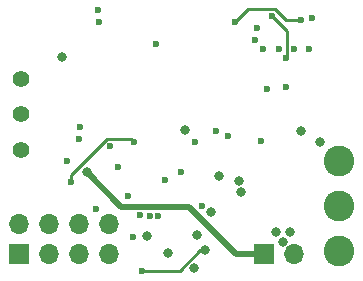
<source format=gbl>
%TF.GenerationSoftware,KiCad,Pcbnew,8.0.0*%
%TF.CreationDate,2024-03-08T16:01:40-06:00*%
%TF.ProjectId,led_dog_collar,6c65645f-646f-4675-9f63-6f6c6c61722e,rev?*%
%TF.SameCoordinates,Original*%
%TF.FileFunction,Copper,L4,Bot*%
%TF.FilePolarity,Positive*%
%FSLAX46Y46*%
G04 Gerber Fmt 4.6, Leading zero omitted, Abs format (unit mm)*
G04 Created by KiCad (PCBNEW 8.0.0) date 2024-03-08 16:01:40*
%MOMM*%
%LPD*%
G01*
G04 APERTURE LIST*
%TA.AperFunction,ComponentPad*%
%ADD10R,1.700000X1.700000*%
%TD*%
%TA.AperFunction,ComponentPad*%
%ADD11O,1.700000X1.700000*%
%TD*%
%TA.AperFunction,ComponentPad*%
%ADD12C,2.600000*%
%TD*%
%TA.AperFunction,ComponentPad*%
%ADD13C,1.397000*%
%TD*%
%TA.AperFunction,ViaPad*%
%ADD14C,0.600000*%
%TD*%
%TA.AperFunction,ViaPad*%
%ADD15C,0.800000*%
%TD*%
%TA.AperFunction,Conductor*%
%ADD16C,0.250000*%
%TD*%
%TA.AperFunction,Conductor*%
%ADD17C,0.500000*%
%TD*%
G04 APERTURE END LIST*
D10*
%TO.P,J1,1,Pin_1*%
%TO.N,VBAT*%
X200660000Y-73075800D03*
D11*
%TO.P,J1,2,Pin_2*%
%TO.N,GND*%
X203200000Y-73075800D03*
%TD*%
D12*
%TO.P,J2,1,Pin_1*%
%TO.N,+5V*%
X207010000Y-65278000D03*
%TD*%
%TO.P,J4,1,Pin_1*%
%TO.N,TIM1_CH1_SHIFT*%
X207010000Y-69088000D03*
%TD*%
%TO.P,J5,1,Pin_1*%
%TO.N,GND*%
X207010000Y-72898000D03*
%TD*%
D10*
%TO.P,J3,1,Pin_1*%
%TO.N,GND*%
X179857400Y-73152000D03*
D11*
%TO.P,J3,2,Pin_2*%
%TO.N,NRST*%
X179857400Y-70612000D03*
%TO.P,J3,3,Pin_3*%
%TO.N,unconnected-(J3-Pin_3-Pad3)*%
X182397400Y-73152000D03*
%TO.P,J3,4,Pin_4*%
%TO.N,unconnected-(J3-Pin_4-Pad4)*%
X182397400Y-70612000D03*
%TO.P,J3,5,Pin_5*%
%TO.N,unconnected-(J3-Pin_5-Pad5)*%
X184937399Y-73152000D03*
%TO.P,J3,6,Pin_6*%
%TO.N,/SWCLK*%
X184937400Y-70612000D03*
%TO.P,J3,7,Pin_7*%
%TO.N,/SWDIO*%
X187477400Y-73152000D03*
%TO.P,J3,8,Pin_8*%
%TO.N,+3V3*%
X187477400Y-70612000D03*
%TD*%
D13*
%TO.P,SW2,1,1*%
%TO.N,unconnected-(SW2-Pad1)*%
X180086000Y-58288601D03*
%TO.P,SW2,2,2*%
%TO.N,VBAT*%
X180086000Y-61288600D03*
%TO.P,SW2,3,3*%
%TO.N,VBAT_EN*%
X180086000Y-64288599D03*
%TD*%
D14*
%TO.N,GND*%
X202518800Y-58999600D03*
X200568800Y-55727600D03*
X190119702Y-69849799D03*
D15*
X198500000Y-66920000D03*
D14*
X189123000Y-68224199D03*
X186588400Y-52477799D03*
X191680000Y-69920000D03*
X201904600Y-55727600D03*
X191002600Y-69900598D03*
X200350000Y-63510000D03*
X183920000Y-65220000D03*
D15*
X192500000Y-73025000D03*
X202252100Y-72127900D03*
X202819000Y-71247000D03*
D14*
X185035400Y-62387399D03*
X204468800Y-55728800D03*
X193624600Y-66174114D03*
D15*
X198640000Y-67870000D03*
D14*
X195370801Y-69068599D03*
D15*
X201669999Y-71280195D03*
D14*
X200047500Y-54012500D03*
X187594665Y-63999061D03*
X192277702Y-66828799D03*
X196550000Y-62710000D03*
X200863200Y-59105800D03*
D15*
X183550000Y-56440000D03*
D14*
X191500000Y-55370000D03*
X203168800Y-55758800D03*
D15*
X203784200Y-62661800D03*
%TO.N,+3V3*%
X193930702Y-62583993D03*
D14*
X199825000Y-55005000D03*
X188290000Y-65720000D03*
X184986600Y-63347399D03*
X197559594Y-63160294D03*
X186669800Y-53437799D03*
X194790431Y-63644276D03*
X186437999Y-69330000D03*
X204720000Y-53130000D03*
X189505000Y-71655000D03*
D15*
X194716400Y-74320400D03*
D14*
%TO.N,NRST*%
X189615662Y-63659777D03*
X184280000Y-67020000D03*
%TO.N,/LVL_EN*%
X202490000Y-56480000D03*
X201318800Y-52970000D03*
%TO.N,/LVL_DIR*%
X198195000Y-53450168D03*
X203718800Y-53280000D03*
%TO.N,VBAT_EN*%
X190300000Y-74530000D03*
D15*
X195618819Y-72796471D03*
%TO.N,+5V*%
X194979666Y-71526400D03*
X196118799Y-69593155D03*
X190760000Y-71590000D03*
X196799200Y-66497200D03*
X205375000Y-63655000D03*
%TO.N,VBAT*%
X185610000Y-66200000D03*
%TD*%
D16*
%TO.N,NRST*%
X184280000Y-66429842D02*
X184280000Y-67020000D01*
X189329946Y-63374061D02*
X187335781Y-63374061D01*
X189615662Y-63659777D02*
X189329946Y-63374061D01*
X187335781Y-63374061D02*
X184280000Y-66429842D01*
%TO.N,/LVL_EN*%
X202543800Y-54195000D02*
X201318800Y-52970000D01*
X202543800Y-56426200D02*
X202543800Y-54195000D01*
X202490000Y-56480000D02*
X202543800Y-56426200D01*
%TO.N,/LVL_DIR*%
X199300168Y-52345000D02*
X198195000Y-53450168D01*
X201577684Y-52345000D02*
X199300168Y-52345000D01*
X202512684Y-53280000D02*
X201577684Y-52345000D01*
X203718800Y-53280000D02*
X202512684Y-53280000D01*
%TO.N,VBAT_EN*%
X190300000Y-74530000D02*
X193481495Y-74530000D01*
X193481495Y-74530000D02*
X195215024Y-72796471D01*
X195215024Y-72796471D02*
X195618819Y-72796471D01*
D17*
%TO.N,VBAT*%
X198254941Y-73075800D02*
X200660000Y-73075800D01*
X194278940Y-69099799D02*
X198254941Y-73075800D01*
X185610000Y-66200000D02*
X188509799Y-69099799D01*
X188509799Y-69099799D02*
X194278940Y-69099799D01*
%TD*%
M02*

</source>
